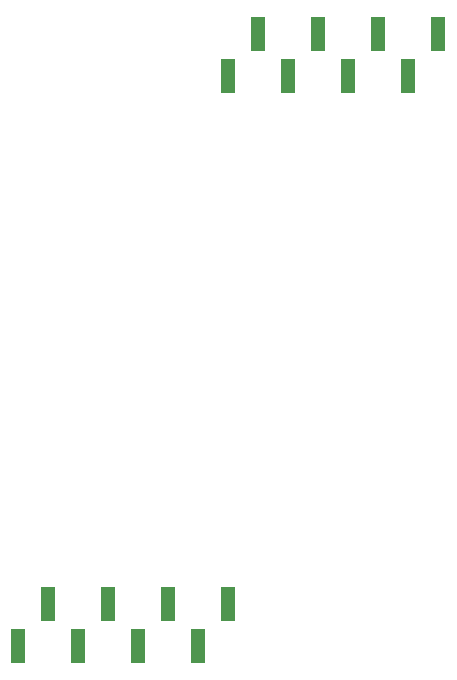
<source format=gbr>
G04 #@! TF.GenerationSoftware,KiCad,Pcbnew,(6.0.0-rc1-255-gd64ae52042)*
G04 #@! TF.CreationDate,2021-12-16T13:03:02+13:00*
G04 #@! TF.ProjectId,main_board,6d61696e-5f62-46f6-9172-642e6b696361,rev?*
G04 #@! TF.SameCoordinates,Original*
G04 #@! TF.FileFunction,Paste,Bot*
G04 #@! TF.FilePolarity,Positive*
%FSLAX46Y46*%
G04 Gerber Fmt 4.6, Leading zero omitted, Abs format (unit mm)*
G04 Created by KiCad (PCBNEW (6.0.0-rc1-255-gd64ae52042)) date 2021-12-16 13:03:02*
%MOMM*%
%LPD*%
G01*
G04 APERTURE LIST*
%ADD10R,1.270000X2.960000*%
G04 APERTURE END LIST*
D10*
G04 #@! TO.C,J106*
X147081343Y-110025950D03*
X149621343Y-106425952D03*
X152161343Y-110025950D03*
X154701343Y-106425952D03*
X157241343Y-110025950D03*
X159781343Y-106425952D03*
X162321343Y-110025950D03*
X164861343Y-106425952D03*
G04 #@! TD*
G04 #@! TO.C,J105*
X164861343Y-61765950D03*
X167401343Y-58165952D03*
X169941343Y-61765950D03*
X172481343Y-58165952D03*
X175021343Y-61765950D03*
X177561343Y-58165952D03*
X180101343Y-61765950D03*
X182641343Y-58165952D03*
G04 #@! TD*
M02*

</source>
